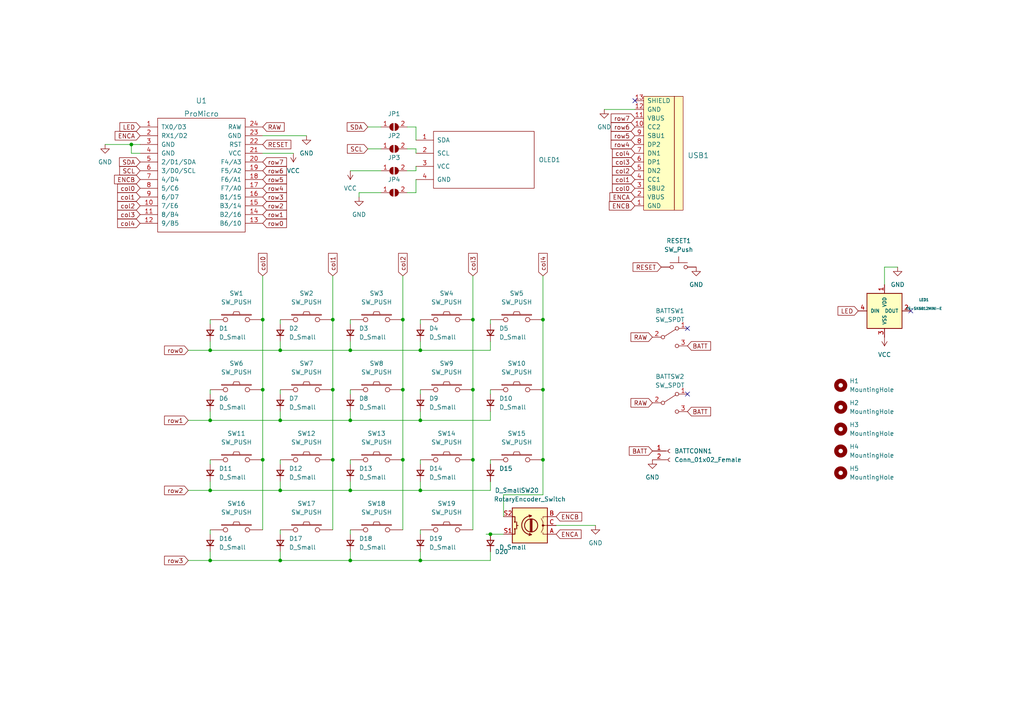
<source format=kicad_sch>
(kicad_sch (version 20211123) (generator eeschema)
  (paper "A4")
  (lib_symbols
    (symbol "Connector:Conn_01x02_Female" (pin_names (offset 1.016) hide)
      (property "Reference" "J" (at 0 2.54 0))
      (property "Value" "Conn_01x02_Female" (at 0 -5.08 0))
      (symbol "Conn_01x02_Female_1_1"
        (arc (start 0 -2.032) (mid -0.508 -2.54) (end 0 -3.048) (stroke (width 0.1524)))
        (polyline (pts (xy -1.27 -2.54) (xy -0.508 -2.54)) (stroke (width 0.1524)))
        (polyline (pts (xy -1.27 0) (xy -0.508 0)) (stroke (width 0.1524)))
        (arc (start 0 0.508) (mid -0.508 0) (end 0 -0.508) (stroke (width 0.1524)))
        (pin passive line (at -5.08 0 0) (length 3.81) (name "Pin_1") (number "1"))
        (pin passive line (at -5.08 -2.54 0) (length 3.81) (name "Pin_2") (number "2"))
      )
    )
    (symbol "Device:D_Small" (pin_numbers hide) (pin_names (offset 0.254) hide)
      (property "Reference" "D" (at -1.27 2.032 0))
      (property "Value" "D_Small" (at -3.81 -2.032 0))
      (symbol "D_Small_0_1"
        (polyline (pts (xy -0.762 -1.016) (xy -0.762 1.016)) (stroke (width 0.254)))
        (polyline (pts (xy -0.762 0) (xy 0.762 0)))
        (polyline (pts (xy 0.762 -1.016) (xy -0.762 0) (xy 0.762 1.016) (xy 0.762 -1.016)) (stroke (width 0.254)))
      )
      (symbol "D_Small_1_1"
        (pin passive line (at -2.54 0 0) (length 1.778) (name "K") (number "1"))
        (pin passive line (at 2.54 0 180) (length 1.778) (name "A") (number "2"))
      )
    )
    (symbol "Device:RotaryEncoder_Switch" (pin_names (offset 0.254) hide)
      (property "Reference" "SW" (at 0 6.604 0))
      (property "Value" "RotaryEncoder_Switch" (at 0 -6.604 0))
      (symbol "RotaryEncoder_Switch_0_1"
        (rectangle (start -5.08 5.08) (end 5.08 -5.08) (stroke (width 0.254)) (fill (type background)))
        (circle (center -3.81 0) (radius 0.254) (fill (type outline)))
        (arc (start -0.381 -2.794) (mid 2.3622 -0.0508) (end -0.381 2.667) (stroke (width 0.254)))
        (circle (center -0.381 0) (radius 1.905) (stroke (width 0.254)))
        (polyline (pts (xy -0.635 -1.778) (xy -0.635 1.778)) (stroke (width 0.254)))
        (polyline (pts (xy -0.381 -1.778) (xy -0.381 1.778)) (stroke (width 0.254)))
        (polyline (pts (xy -0.127 1.778) (xy -0.127 -1.778)) (stroke (width 0.254)))
        (polyline (pts (xy 3.81 0) (xy 3.429 0)) (stroke (width 0.254)))
        (polyline (pts (xy 3.81 1.016) (xy 3.81 -1.016)) (stroke (width 0.254)))
        (polyline (pts (xy -5.08 -2.54) (xy -3.81 -2.54) (xy -3.81 -2.032)))
        (polyline (pts (xy -5.08 2.54) (xy -3.81 2.54) (xy -3.81 2.032)))
        (polyline (pts (xy 0.254 -3.048) (xy -0.508 -2.794) (xy 0.127 -2.413)) (stroke (width 0.254)))
        (polyline (pts (xy 0.254 2.921) (xy -0.508 2.667) (xy 0.127 2.286)) (stroke (width 0.254)))
        (polyline (pts (xy 5.08 -2.54) (xy 4.318 -2.54) (xy 4.318 -1.016)) (stroke (width 0.254)))
        (polyline (pts (xy 5.08 2.54) (xy 4.318 2.54) (xy 4.318 1.016)) (stroke (width 0.254)))
        (polyline (pts (xy -5.08 0) (xy -3.81 0) (xy -3.81 -1.016) (xy -3.302 -2.032)))
        (polyline (pts (xy -4.318 0) (xy -3.81 0) (xy -3.81 1.016) (xy -3.302 2.032)))
        (circle (center 4.318 -1.016) (radius 0.127) (stroke (width 0.254)))
        (circle (center 4.318 1.016) (radius 0.127) (stroke (width 0.254)))
      )
      (symbol "RotaryEncoder_Switch_1_1"
        (pin passive line (at -7.62 2.54 0) (length 2.54) (name "A") (number "A"))
        (pin passive line (at -7.62 -2.54 0) (length 2.54) (name "B") (number "B"))
        (pin passive line (at -7.62 0 0) (length 2.54) (name "C") (number "C"))
        (pin passive line (at 7.62 2.54 180) (length 2.54) (name "S1") (number "S1"))
        (pin passive line (at 7.62 -2.54 180) (length 2.54) (name "S2") (number "S2"))
      )
    )
    (symbol "Jumper:SolderJumper_2_Open" (pin_names (offset 0) hide)
      (property "Reference" "JP" (at 0 2.032 0))
      (property "Value" "SolderJumper_2_Open" (at 0 -2.54 0))
      (symbol "SolderJumper_2_Open_0_1"
        (arc (start -0.254 1.016) (mid -1.27 0) (end -0.254 -1.016))
        (arc (start -0.254 1.016) (mid -1.27 0) (end -0.254 -1.016) (fill (type outline)))
        (polyline (pts (xy -0.254 1.016) (xy -0.254 -1.016)))
        (polyline (pts (xy 0.254 1.016) (xy 0.254 -1.016)))
        (arc (start 0.254 -1.016) (mid 1.27 0) (end 0.254 1.016))
        (arc (start 0.254 -1.016) (mid 1.27 0) (end 0.254 1.016) (fill (type outline)))
      )
      (symbol "SolderJumper_2_Open_1_1"
        (pin passive line (at -3.81 0 0) (length 2.54) (name "A") (number "1"))
        (pin passive line (at 3.81 0 180) (length 2.54) (name "B") (number "2"))
      )
    )
    (symbol "Mechanical:MountingHole" (pin_names (offset 1.016))
      (property "Reference" "H" (at 0 5.08 0))
      (property "Value" "MountingHole" (at 0 3.175 0))
      (symbol "MountingHole_0_1"
        (circle (center 0 0) (radius 1.27) (stroke (width 1.27)))
      )
    )
    (symbol "Switch:SW_Push" (pin_numbers hide) (pin_names (offset 1.016) hide)
      (property "Reference" "SW" (at 1.27 2.54 0))
      (property "Value" "SW_Push" (at 0 -1.524 0))
      (symbol "SW_Push_0_1"
        (circle (center -2.032 0) (radius 0.508))
        (polyline (pts (xy 0 1.27) (xy 0 3.048)))
        (polyline (pts (xy 2.54 1.27) (xy -2.54 1.27)))
        (circle (center 2.032 0) (radius 0.508))
        (pin passive line (at -5.08 0 0) (length 2.54) (name "1") (number "1"))
        (pin passive line (at 5.08 0 180) (length 2.54) (name "2") (number "2"))
      )
    )
    (symbol "Switch:SW_SPDT" (pin_names (offset 0) hide)
      (property "Reference" "SW" (at 0 4.318 0))
      (property "Value" "SW_SPDT" (at 0 -5.08 0))
      (symbol "SW_SPDT_0_0"
        (circle (center -2.032 0) (radius 0.508))
        (circle (center 2.032 -2.54) (radius 0.508))
      )
      (symbol "SW_SPDT_0_1"
        (polyline (pts (xy -1.524 0.254) (xy 1.651 2.286)))
        (circle (center 2.032 2.54) (radius 0.508))
      )
      (symbol "SW_SPDT_1_1"
        (pin passive line (at 5.08 2.54 180) (length 2.54) (name "A") (number "1"))
        (pin passive line (at -5.08 0 0) (length 2.54) (name "B") (number "2"))
        (pin passive line (at 5.08 -2.54 180) (length 2.54) (name "C") (number "3"))
      )
    )
    (symbol "kbd:OLED" (pin_names (offset 1.016))
      (property "Reference" "OL" (at 0 2.54 0))
      (property "Value" "OLED" (at 0 -1.27 0))
      (symbol "OLED_0_1"
        (rectangle (start -13.97 8.89) (end 15.24 -7.62))
      )
      (symbol "OLED_1_1"
        (pin bidirectional line (at -19.05 6.35 0) (length 5.08) (name "SDA") (number "1"))
        (pin bidirectional line (at -19.05 2.54 0) (length 5.08) (name "SCL") (number "2"))
        (pin power_in line (at -19.05 -1.27 0) (length 5.08) (name "VCC") (number "3"))
        (pin power_in line (at -19.05 -5.08 0) (length 5.08) (name "GND") (number "4"))
      )
    )
    (symbol "kbd:ProMicro" (pin_names (offset 1.016))
      (property "Reference" "U" (at 0 19.05 0))
      (property "Value" "ProMicro" (at 0 -19.05 0))
      (symbol "ProMicro_0_1"
        (rectangle (start -12.7 16.51) (end 12.7 -16.51))
      )
      (symbol "ProMicro_1_1"
        (pin bidirectional line (at -17.78 13.97 0) (length 5.08) (name "TX0/D3") (number "1"))
        (pin bidirectional line (at -17.78 -8.89 0) (length 5.08) (name "7/E6") (number "10"))
        (pin bidirectional line (at -17.78 -11.43 0) (length 5.08) (name "8/B4") (number "11"))
        (pin bidirectional line (at -17.78 -13.97 0) (length 5.08) (name "9/B5") (number "12"))
        (pin bidirectional line (at 17.78 -13.97 180) (length 5.08) (name "B6/10") (number "13"))
        (pin bidirectional line (at 17.78 -11.43 180) (length 5.08) (name "B2/16") (number "14"))
        (pin bidirectional line (at 17.78 -8.89 180) (length 5.08) (name "B3/14") (number "15"))
        (pin bidirectional line (at 17.78 -6.35 180) (length 5.08) (name "B1/15") (number "16"))
        (pin bidirectional line (at 17.78 -3.81 180) (length 5.08) (name "F7/A0") (number "17"))
        (pin bidirectional line (at 17.78 -1.27 180) (length 5.08) (name "F6/A1") (number "18"))
        (pin bidirectional line (at 17.78 1.27 180) (length 5.08) (name "F5/A2") (number "19"))
        (pin bidirectional line (at -17.78 11.43 0) (length 5.08) (name "RX1/D2") (number "2"))
        (pin bidirectional line (at 17.78 3.81 180) (length 5.08) (name "F4/A3") (number "20"))
        (pin power_in line (at 17.78 6.35 180) (length 5.08) (name "VCC") (number "21"))
        (pin input line (at 17.78 8.89 180) (length 5.08) (name "RST") (number "22"))
        (pin power_in line (at 17.78 11.43 180) (length 5.08) (name "GND") (number "23"))
        (pin power_out line (at 17.78 13.97 180) (length 5.08) (name "RAW") (number "24"))
        (pin power_in line (at -17.78 8.89 0) (length 5.08) (name "GND") (number "3"))
        (pin power_in line (at -17.78 6.35 0) (length 5.08) (name "GND") (number "4"))
        (pin bidirectional line (at -17.78 3.81 0) (length 5.08) (name "2/D1/SDA") (number "5"))
        (pin bidirectional line (at -17.78 1.27 0) (length 5.08) (name "3/D0/SCL") (number "6"))
        (pin bidirectional line (at -17.78 -1.27 0) (length 5.08) (name "4/D4") (number "7"))
        (pin bidirectional line (at -17.78 -3.81 0) (length 5.08) (name "5/C6") (number "8"))
        (pin bidirectional line (at -17.78 -6.35 0) (length 5.08) (name "6/D7") (number "9"))
      )
    )
    (symbol "kbd:SW_PUSH" (pin_numbers hide) (pin_names (offset 1.016) hide)
      (property "Reference" "SW" (at 3.81 2.794 0))
      (property "Value" "SW_PUSH" (at 0 -2.032 0))
      (symbol "SW_PUSH_0_1"
        (rectangle (start -4.318 1.27) (end 4.318 1.524))
        (polyline (pts (xy -1.016 1.524) (xy -0.762 2.286) (xy 0.762 2.286) (xy 1.016 1.524)))
        (pin passive inverted (at -7.62 0 0) (length 5.08) (name "1") (number "1"))
        (pin passive inverted (at 7.62 0 180) (length 5.08) (name "2") (number "2"))
      )
    )
    (symbol "kbd:YS-SK6812MINI-E" (pin_names (offset 1.016))
      (property "Reference" "LED" (at 2.54 -7.62 0))
      (property "Value" "YS-SK6812MINI-E" (at 6.35 -6.35 0))
      (symbol "YS-SK6812MINI-E_0_1"
        (rectangle (start -5.08 5.08) (end 5.08 -5.08) (stroke (width 0.254)) (fill (type background)))
      )
      (symbol "YS-SK6812MINI-E_1_1"
        (pin power_in line (at 0 7.62 270) (length 2.54) (name "VDD") (number "1"))
        (pin output line (at 7.62 0 180) (length 2.54) (name "DOUT") (number "2"))
        (pin power_in line (at 0 -7.62 90) (length 2.54) (name "VSS") (number "3"))
        (pin input line (at -7.62 0 0) (length 2.54) (name "DIN") (number "4"))
      )
    )
    (symbol "power:GND" (power) (pin_names (offset 0))
      (property "Value" "GND" (at 0 -3.81 0))
      (symbol "GND_0_1"
        (polyline (pts (xy 0 0) (xy 0 -1.27) (xy 1.27 -1.27) (xy 0 -2.54) (xy -1.27 -1.27) (xy 0 -1.27)))
      )
      (symbol "GND_1_1"
        (pin power_in line (at 0 0 270) (length 0) hide (name "GND") (number "1"))
      )
    )
    (symbol "power:VCC" (power) (pin_names (offset 0))
      (property "Value" "VCC" (at 0 3.81 0))
      (symbol "VCC_0_1"
        (polyline (pts (xy -0.762 1.27) (xy 0 2.54)))
        (polyline (pts (xy 0 0) (xy 0 2.54)))
        (polyline (pts (xy 0 2.54) (xy 0.762 1.27)))
      )
      (symbol "VCC_1_1"
        (pin power_in line (at 0 0 90) (length 0) hide (name "VCC") (number "1"))
      )
    )
    (symbol "typec:HRO-TYPE-C-31-M-12" (pin_names (offset 1.016))
      (property "Reference" "USB" (at -5.08 16.51 0))
      (property "Value" "HRO-TYPE-C-31-M-12" (at -10.16 -1.27 90))
      (symbol "HRO-TYPE-C-31-M-12_0_1"
        (rectangle (start -11.43 15.24) (end -8.89 -17.78) (fill (type background)))
        (rectangle (start 0 -17.78) (end -8.89 15.24) (fill (type background)))
      )
      (symbol "HRO-TYPE-C-31-M-12_1_1"
        (pin input line (at 2.54 13.97 180) (length 2.54) (name "GND") (number "1"))
        (pin input line (at 2.54 -8.89 180) (length 2.54) (name "CC2") (number "10"))
        (pin input line (at 2.54 -11.43 180) (length 2.54) (name "VBUS") (number "11"))
        (pin input line (at 2.54 -13.97 180) (length 2.54) (name "GND") (number "12"))
        (pin input line (at 2.54 -16.51 180) (length 2.54) (name "SHIELD") (number "13"))
        (pin input line (at 2.54 11.43 180) (length 2.54) (name "VBUS") (number "2"))
        (pin input line (at 2.54 8.89 180) (length 2.54) (name "SBU2") (number "3"))
        (pin input line (at 2.54 6.35 180) (length 2.54) (name "CC1") (number "4"))
        (pin input line (at 2.54 3.81 180) (length 2.54) (name "DN2") (number "5"))
        (pin input line (at 2.54 1.27 180) (length 2.54) (name "DP1") (number "6"))
        (pin input line (at 2.54 -1.27 180) (length 2.54) (name "DN1") (number "7"))
        (pin input line (at 2.54 -3.81 180) (length 2.54) (name "DP2") (number "8"))
        (pin input line (at 2.54 -6.35 180) (length 2.54) (name "SBU1") (number "9"))
      )
    )
  )
  (junction (at 116.84 92.71))
  (junction (at 157.48 113.03))
  (junction (at 121.92 162.56))
  (junction (at 121.92 142.24))
  (junction (at 101.6 142.24))
  (junction (at 60.96 101.6))
  (junction (at 76.2 92.71))
  (junction (at 76.2 113.03))
  (junction (at 157.48 133.35))
  (junction (at 60.96 142.24))
  (junction (at 81.28 162.56))
  (junction (at 101.6 101.6))
  (junction (at 142.24 154.94))
  (junction (at 60.96 162.56))
  (junction (at 137.16 113.03))
  (junction (at 101.6 162.56))
  (junction (at 101.6 121.92))
  (junction (at 121.92 121.92))
  (junction (at 60.96 121.92))
  (junction (at 116.84 113.03))
  (junction (at 96.52 133.35))
  (junction (at 81.28 121.92))
  (junction (at 96.52 113.03))
  (junction (at 81.28 142.24))
  (junction (at 137.16 133.35))
  (junction (at 38.1 41.91))
  (junction (at 157.48 92.71))
  (junction (at 116.84 133.35))
  (junction (at 96.52 92.71))
  (junction (at 76.2 133.35))
  (junction (at 81.28 101.6))
  (junction (at 121.92 101.6))
  (junction (at 137.16 92.71))
  (no_connect (at 184.15 29.21))
  (no_connect (at 199.39 95.25))
  (no_connect (at 264.16 90.17))
  (no_connect (at 199.39 114.3))
  (wire (pts (xy 81.28 142.24) (xy 101.6 142.24)))
  (wire (pts (xy 60.96 92.71) (xy 60.96 93.98)))
  (wire (pts (xy 120.65 36.83) (xy 120.65 40.64)))
  (wire (pts (xy 81.28 121.92) (xy 101.6 121.92)))
  (wire (pts (xy 96.52 113.03) (xy 96.52 133.35)))
  (wire (pts (xy 121.92 139.7) (xy 121.92 142.24)))
  (wire (pts (xy 118.11 36.83) (xy 120.65 36.83)))
  (wire (pts (xy 81.28 99.06) (xy 81.28 101.6)))
  (wire (pts (xy 60.96 99.06) (xy 60.96 101.6)))
  (wire (pts (xy 60.96 121.92) (xy 81.28 121.92)))
  (wire (pts (xy 101.6 142.24) (xy 121.92 142.24)))
  (wire (pts (xy 121.92 92.71) (xy 121.92 93.98)))
  (wire (pts (xy 142.24 139.7) (xy 142.24 142.24)))
  (wire (pts (xy 142.24 113.03) (xy 142.24 114.3)))
  (wire (pts (xy 30.48 41.91) (xy 38.1 41.91)))
  (wire (pts (xy 54.61 101.6) (xy 60.96 101.6)))
  (wire (pts (xy 116.84 113.03) (xy 116.84 133.35)))
  (wire (pts (xy 60.96 139.7) (xy 60.96 142.24)))
  (wire (pts (xy 101.6 153.67) (xy 101.6 154.94)))
  (wire (pts (xy 157.48 113.03) (xy 157.48 133.35)))
  (wire (pts (xy 81.28 101.6) (xy 101.6 101.6)))
  (wire (pts (xy 96.52 80.01) (xy 96.52 92.71)))
  (wire (pts (xy 101.6 133.35) (xy 101.6 134.62)))
  (wire (pts (xy 137.16 92.71) (xy 137.16 113.03)))
  (wire (pts (xy 142.24 119.38) (xy 142.24 121.92)))
  (wire (pts (xy 157.48 80.01) (xy 157.48 92.71)))
  (wire (pts (xy 140.97 154.94) (xy 142.24 154.94)))
  (wire (pts (xy 137.16 113.03) (xy 137.16 133.35)))
  (wire (pts (xy 142.24 160.02) (xy 142.24 162.56)))
  (wire (pts (xy 110.49 55.88) (xy 104.14 55.88)))
  (wire (pts (xy 81.28 139.7) (xy 81.28 142.24)))
  (wire (pts (xy 137.16 80.01) (xy 137.16 92.71)))
  (wire (pts (xy 121.92 133.35) (xy 121.92 134.62)))
  (wire (pts (xy 54.61 162.56) (xy 60.96 162.56)))
  (wire (pts (xy 121.92 142.24) (xy 142.24 142.24)))
  (wire (pts (xy 76.2 39.37) (xy 88.9 39.37)))
  (wire (pts (xy 116.84 133.35) (xy 116.84 153.67)))
  (wire (pts (xy 76.2 113.03) (xy 76.2 133.35)))
  (wire (pts (xy 81.28 92.71) (xy 81.28 93.98)))
  (wire (pts (xy 60.96 101.6) (xy 81.28 101.6)))
  (wire (pts (xy 142.24 154.94) (xy 146.05 154.94)))
  (wire (pts (xy 120.65 55.88) (xy 120.65 52.07)))
  (wire (pts (xy 121.92 121.92) (xy 142.24 121.92)))
  (wire (pts (xy 81.28 119.38) (xy 81.28 121.92)))
  (wire (pts (xy 96.52 92.71) (xy 96.52 113.03)))
  (wire (pts (xy 76.2 133.35) (xy 76.2 153.67)))
  (wire (pts (xy 121.92 162.56) (xy 142.24 162.56)))
  (wire (pts (xy 157.48 133.35) (xy 157.48 143.51)))
  (wire (pts (xy 157.48 92.71) (xy 157.48 113.03)))
  (wire (pts (xy 101.6 101.6) (xy 121.92 101.6)))
  (wire (pts (xy 60.96 133.35) (xy 60.96 134.62)))
  (wire (pts (xy 60.96 160.02) (xy 60.96 162.56)))
  (wire (pts (xy 118.11 49.53) (xy 120.65 49.53)))
  (wire (pts (xy 60.96 162.56) (xy 81.28 162.56)))
  (wire (pts (xy 38.1 44.45) (xy 38.1 41.91)))
  (wire (pts (xy 81.28 160.02) (xy 81.28 162.56)))
  (wire (pts (xy 96.52 133.35) (xy 96.52 153.67)))
  (wire (pts (xy 260.35 77.47) (xy 256.54 77.47)))
  (wire (pts (xy 40.64 44.45) (xy 38.1 44.45)))
  (wire (pts (xy 76.2 44.45) (xy 85.09 44.45)))
  (wire (pts (xy 110.49 43.18) (xy 106.68 43.18)))
  (wire (pts (xy 121.92 99.06) (xy 121.92 101.6)))
  (wire (pts (xy 120.65 49.53) (xy 120.65 48.26)))
  (wire (pts (xy 121.92 119.38) (xy 121.92 121.92)))
  (wire (pts (xy 110.49 36.83) (xy 106.68 36.83)))
  (wire (pts (xy 60.96 142.24) (xy 81.28 142.24)))
  (wire (pts (xy 101.6 139.7) (xy 101.6 142.24)))
  (wire (pts (xy 142.24 99.06) (xy 142.24 101.6)))
  (wire (pts (xy 60.96 113.03) (xy 60.96 114.3)))
  (wire (pts (xy 81.28 133.35) (xy 81.28 134.62)))
  (wire (pts (xy 118.11 55.88) (xy 120.65 55.88)))
  (wire (pts (xy 101.6 162.56) (xy 121.92 162.56)))
  (wire (pts (xy 256.54 77.47) (xy 256.54 82.55)))
  (wire (pts (xy 38.1 41.91) (xy 40.64 41.91)))
  (wire (pts (xy 121.92 113.03) (xy 121.92 114.3)))
  (wire (pts (xy 76.2 92.71) (xy 76.2 113.03)))
  (wire (pts (xy 121.92 153.67) (xy 121.92 154.94)))
  (wire (pts (xy 81.28 153.67) (xy 81.28 154.94)))
  (wire (pts (xy 121.92 101.6) (xy 142.24 101.6)))
  (wire (pts (xy 101.6 119.38) (xy 101.6 121.92)))
  (wire (pts (xy 54.61 142.24) (xy 60.96 142.24)))
  (wire (pts (xy 101.6 121.92) (xy 121.92 121.92)))
  (wire (pts (xy 116.84 92.71) (xy 116.84 113.03)))
  (wire (pts (xy 104.14 55.88) (xy 104.14 57.15)))
  (wire (pts (xy 81.28 113.03) (xy 81.28 114.3)))
  (wire (pts (xy 101.6 99.06) (xy 101.6 101.6)))
  (wire (pts (xy 101.6 49.53) (xy 110.49 49.53)))
  (wire (pts (xy 142.24 133.35) (xy 142.24 134.62)))
  (wire (pts (xy 60.96 119.38) (xy 60.96 121.92)))
  (wire (pts (xy 118.11 43.18) (xy 120.65 43.18)))
  (wire (pts (xy 116.84 80.01) (xy 116.84 92.71)))
  (wire (pts (xy 101.6 160.02) (xy 101.6 162.56)))
  (wire (pts (xy 54.61 121.92) (xy 60.96 121.92)))
  (wire (pts (xy 142.24 92.71) (xy 142.24 93.98)))
  (wire (pts (xy 81.28 162.56) (xy 101.6 162.56)))
  (wire (pts (xy 137.16 133.35) (xy 137.16 153.67)))
  (wire (pts (xy 120.65 43.18) (xy 120.65 44.45)))
  (wire (pts (xy 76.2 80.01) (xy 76.2 92.71)))
  (wire (pts (xy 60.96 153.67) (xy 60.96 154.94)))
  (wire (pts (xy 146.05 143.51) (xy 146.05 149.86)))
  (wire (pts (xy 161.29 152.4) (xy 172.72 152.4)))
  (wire (pts (xy 157.48 143.51) (xy 146.05 143.51)))
  (wire (pts (xy 175.26 31.75) (xy 184.15 31.75)))
  (wire (pts (xy 121.92 160.02) (xy 121.92 162.56)))
  (wire (pts (xy 101.6 113.03) (xy 101.6 114.3)))
  (wire (pts (xy 101.6 92.71) (xy 101.6 93.98)))
  (global_label "col4" (shape input) (at 157.48 80.01 90) (property "Intersheet References" "${INTERSHEET_REFS}" (effects hide)))
  (global_label "row5" (shape input) (at 76.2 52.07 0) (property "Intersheet References" "${INTERSHEET_REFS}" (effects hide)))
  (global_label "row7" (shape input) (at 76.2 46.99 0) (property "Intersheet References" "${INTERSHEET_REFS}" (effects hide)))
  (global_label "SCL" (shape input) (at 106.68 43.18 180) (property "Intersheet References" "${INTERSHEET_REFS}" (effects hide)))
  (global_label "ENCA" (shape input) (at 40.64 39.37 180) (property "Intersheet References" "${INTERSHEET_REFS}" (effects hide)))
  (global_label "ENCB" (shape input) (at 40.64 52.07 180) (property "Intersheet References" "${INTERSHEET_REFS}" (effects hide)))
  (global_label "ENCB" (shape input) (at 184.15 59.69 180) (property "Intersheet References" "${INTERSHEET_REFS}" (effects hide)))
  (global_label "RAW" (shape input) (at 189.23 97.79 180) (property "Intersheet References" "${INTERSHEET_REFS}" (effects hide)))
  (global_label "LED" (shape input) (at 40.64 36.83 180) (property "Intersheet References" "${INTERSHEET_REFS}" (effects hide)))
  (global_label "row0" (shape input) (at 54.61 101.6 180) (property "Intersheet References" "${INTERSHEET_REFS}" (effects hide)))
  (global_label "ENCA" (shape input) (at 184.15 57.15 180) (property "Intersheet References" "${INTERSHEET_REFS}" (effects hide)))
  (global_label "col3" (shape input) (at 184.15 46.99 180) (property "Intersheet References" "${INTERSHEET_REFS}" (effects hide)))
  (global_label "BATT" (shape input) (at 189.23 130.81 180) (property "Intersheet References" "${INTERSHEET_REFS}" (effects hide)))
  (global_label "col2" (shape input) (at 184.15 49.53 180) (property "Intersheet References" "${INTERSHEET_REFS}" (effects hide)))
  (global_label "SDA" (shape input) (at 106.68 36.83 180) (property "Intersheet References" "${INTERSHEET_REFS}" (effects hide)))
  (global_label "row2" (shape input) (at 76.2 59.69 0) (property "Intersheet References" "${INTERSHEET_REFS}" (effects hide)))
  (global_label "BATT" (shape input) (at 199.39 119.38 0) (property "Intersheet References" "${INTERSHEET_REFS}" (effects hide)))
  (global_label "col2" (shape input) (at 116.84 80.01 90) (property "Intersheet References" "${INTERSHEET_REFS}" (effects hide)))
  (global_label "col1" (shape input) (at 40.64 57.15 180) (property "Intersheet References" "${INTERSHEET_REFS}" (effects hide)))
  (global_label "ENCB" (shape input) (at 161.29 149.86 0) (property "Intersheet References" "${INTERSHEET_REFS}" (effects hide)))
  (global_label "RESET" (shape input) (at 191.77 77.47 180) (property "Intersheet References" "${INTERSHEET_REFS}" (effects hide)))
  (global_label "RAW" (shape input) (at 76.2 36.83 0) (property "Intersheet References" "${INTERSHEET_REFS}" (effects hide)))
  (global_label "row0" (shape input) (at 76.2 64.77 0) (property "Intersheet References" "${INTERSHEET_REFS}" (effects hide)))
  (global_label "SCL" (shape input) (at 40.64 49.53 180) (property "Intersheet References" "${INTERSHEET_REFS}" (effects hide)))
  (global_label "col1" (shape input) (at 184.15 52.07 180) (property "Intersheet References" "${INTERSHEET_REFS}" (effects hide)))
  (global_label "col3" (shape input) (at 40.64 62.23 180) (property "Intersheet References" "${INTERSHEET_REFS}" (effects hide)))
  (global_label "LED" (shape input) (at 248.92 90.17 180) (property "Intersheet References" "${INTERSHEET_REFS}" (effects hide)))
  (global_label "col4" (shape input) (at 40.64 64.77 180) (property "Intersheet References" "${INTERSHEET_REFS}" (effects hide)))
  (global_label "SDA" (shape input) (at 40.64 46.99 180) (property "Intersheet References" "${INTERSHEET_REFS}" (effects hide)))
  (global_label "BATT" (shape input) (at 199.39 100.33 0) (property "Intersheet References" "${INTERSHEET_REFS}" (effects hide)))
  (global_label "row4" (shape input) (at 184.15 41.91 180) (property "Intersheet References" "${INTERSHEET_REFS}" (effects hide)))
  (global_label "col4" (shape input) (at 184.15 44.45 180) (property "Intersheet References" "${INTERSHEET_REFS}" (effects hide)))
  (global_label "row6" (shape input) (at 76.2 49.53 0) (property "Intersheet References" "${INTERSHEET_REFS}" (effects hide)))
  (global_label "row2" (shape input) (at 54.61 142.24 180) (property "Intersheet References" "${INTERSHEET_REFS}" (effects hide)))
  (global_label "ENCA" (shape input) (at 161.29 154.94 0) (property "Intersheet References" "${INTERSHEET_REFS}" (effects hide)))
  (global_label "col0" (shape input) (at 40.64 54.61 180) (property "Intersheet References" "${INTERSHEET_REFS}" (effects hide)))
  (global_label "row3" (shape input) (at 76.2 57.15 0) (property "Intersheet References" "${INTERSHEET_REFS}" (effects hide)))
  (global_label "row4" (shape input) (at 76.2 54.61 0) (property "Intersheet References" "${INTERSHEET_REFS}" (effects hide)))
  (global_label "col0" (shape input) (at 184.15 54.61 180) (property "Intersheet References" "${INTERSHEET_REFS}" (effects hide)))
  (global_label "row1" (shape input) (at 54.61 121.92 180) (property "Intersheet References" "${INTERSHEET_REFS}" (effects hide)))
  (global_label "row6" (shape input) (at 184.15 36.83 180) (property "Intersheet References" "${INTERSHEET_REFS}" (effects hide)))
  (global_label "col1" (shape input) (at 96.52 80.01 90) (property "Intersheet References" "${INTERSHEET_REFS}" (effects hide)))
  (global_label "RAW" (shape input) (at 189.23 116.84 180) (property "Intersheet References" "${INTERSHEET_REFS}" (effects hide)))
  (global_label "row3" (shape input) (at 54.61 162.56 180) (property "Intersheet References" "${INTERSHEET_REFS}" (effects hide)))
  (global_label "col3" (shape input) (at 137.16 80.01 90) (property "Intersheet References" "${INTERSHEET_REFS}" (effects hide)))
  (global_label "row5" (shape input) (at 184.15 39.37 180) (property "Intersheet References" "${INTERSHEET_REFS}" (effects hide)))
  (global_label "row1" (shape input) (at 76.2 62.23 0) (property "Intersheet References" "${INTERSHEET_REFS}" (effects hide)))
  (global_label "RESET" (shape input) (at 76.2 41.91 0) (property "Intersheet References" "${INTERSHEET_REFS}" (effects hide)))
  (global_label "col2" (shape input) (at 40.64 59.69 180) (property "Intersheet References" "${INTERSHEET_REFS}" (effects hide)))
  (global_label "row7" (shape input) (at 184.15 34.29 180) (property "Intersheet References" "${INTERSHEET_REFS}" (effects hide)))
  (global_label "col0" (shape input) (at 76.2 80.01 90) (property "Intersheet References" "${INTERSHEET_REFS}" (effects hide)))
  (symbol (lib_id "Jumper:SolderJumper_2_Open") (at 114.3 55.88 0) (unit 1)
    (property "Reference" "JP4" (at 114.3 52.07 0))
    (property "Value" "SolderJumper_2_Open" (effects hide))
    (property "Footprint" "Jumper:SolderJumper-2_P1.3mm_Open_TrianglePad1.0x1.5mm" (effects hide))
  )
  (symbol (lib_id "kbd:SW_PUSH") (at 88.9 133.35 0) (unit 1)
    (property "Reference" "SW12" (at 88.9 125.73 0))
    (property "Value" "SW_PUSH" (at 88.9 128.27 0))
    (property "Footprint" "ampersand:CherryMX_Hotswap" (effects hide))
  )
  (symbol (lib_id "Device:D_Small") (at 101.6 157.48 90) (unit 1)
    (property "Reference" "D18" (at 104.14 156.2099 90) (effects (justify right)))
    (property "Value" "D_Small" (at 104.14 158.7499 90) (effects (justify right)))
    (property "Footprint" "keebio:D_SOD123" (effects hide))
  )
  (symbol (lib_id "kbd:YS-SK6812MINI-E") (at 256.54 90.17 0) (unit 1)
    (property "Reference" "LED1" (at 267.97 86.9556 0) (effects (font (size 0.7366 0.7366))))
    (property "Value" "YS-SK6812MINI-E" (at 267.97 89.4956 0) (effects (font (size 0.7366 0.7366))))
    (property "Footprint" "keebio:SK6812-MINI-E" (effects hide))
  )
  (symbol (lib_id "kbd:ProMicro") (at 58.42 50.8 0) (unit 1)
    (property "Reference" "U1" (at 58.42 29.21 0) (effects (font (size 1.524 1.524))))
    (property "Value" "ProMicro" (at 58.42 33.02 0) (effects (font (size 1.524 1.524))))
    (property "Footprint" "keebio:ArduinoProMicro" (effects hide))
  )
  (symbol (lib_id "kbd:SW_PUSH") (at 129.54 92.71 0) (unit 1)
    (property "Reference" "SW4" (at 129.54 85.09 0))
    (property "Value" "SW_PUSH" (at 129.54 87.63 0))
    (property "Footprint" "ampersand:CherryMX_Hotswap" (effects hide))
  )
  (symbol (lib_id "Device:D_Small") (at 121.92 157.48 90) (unit 1)
    (property "Reference" "D19" (at 124.46 156.2099 90) (effects (justify right)))
    (property "Value" "D_Small" (at 124.46 158.7499 90) (effects (justify right)))
    (property "Footprint" "keebio:D_SOD123" (effects hide))
  )
  (symbol (lib_id "power:GND") (at 30.48 41.91 0) (unit 1)
    (property "Reference" "#PWR0104" (effects hide))
    (property "Value" "GND" (at 30.48 46.99 0))
  )
  (symbol (lib_id "Device:D_Small") (at 142.24 116.84 90) (unit 1)
    (property "Reference" "D10" (at 144.78 115.5699 90) (effects (justify right)))
    (property "Value" "D_Small" (at 144.78 118.1099 90) (effects (justify right)))
    (property "Footprint" "keebio:D_SOD123" (effects hide))
  )
  (symbol (lib_id "Device:D_Small") (at 60.96 96.52 90) (unit 1)
    (property "Reference" "D1" (at 63.5 95.2499 90) (effects (justify right)))
    (property "Value" "D_Small" (at 63.5 97.7899 90) (effects (justify right)))
    (property "Footprint" "keebio:D_SOD123" (effects hide))
  )
  (symbol (lib_id "power:GND") (at 189.23 133.35 0) (unit 1)
    (property "Reference" "#PWR0103" (effects hide))
    (property "Value" "GND" (at 189.23 138.43 0))
  )
  (symbol (lib_id "Connector:Conn_01x02_Female") (at 194.31 130.81 0) (unit 1)
    (property "Reference" "BATTCONN1" (at 195.58 130.8099 0) (effects (justify left)))
    (property "Value" "Conn_01x02_Female" (at 195.58 133.3499 0) (effects (justify left)))
    (property "Footprint" "Connector_JST:JST_XH_S2B-XH-A_1x02_P2.50mm_Horizontal" (effects hide))
  )
  (symbol (lib_id "kbd:OLED") (at 139.7 46.99 0) (unit 1)
    (property "Reference" "OLED1" (at 156.21 46.355 0) (effects (font (size 1.2954 1.2954)) (justify left)))
    (property "Value" "OLED" (effects hide))
    (property "Footprint" "kbd:OLED_v2" (effects hide))
  )
  (symbol (lib_id "kbd:SW_PUSH") (at 129.54 133.35 0) (unit 1)
    (property "Reference" "SW14" (at 129.54 125.73 0))
    (property "Value" "SW_PUSH" (at 129.54 128.27 0))
    (property "Footprint" "ampersand:CherryMX_Hotswap" (effects hide))
  )
  (symbol (lib_id "Mechanical:MountingHole") (at 243.84 111.76 0) (unit 1)
    (property "Reference" "H1" (at 246.38 110.4899 0) (effects (justify left)))
    (property "Value" "MountingHole" (at 246.38 113.0299 0) (effects (justify left)))
    (property "Footprint" "kbd:M2_HOLE_v2" (effects hide))
  )
  (symbol (lib_id "Device:D_Small") (at 81.28 137.16 90) (unit 1)
    (property "Reference" "D12" (at 83.82 135.8899 90) (effects (justify right)))
    (property "Value" "D_Small" (at 83.82 138.4299 90) (effects (justify right)))
    (property "Footprint" "keebio:D_SOD123" (effects hide))
  )
  (symbol (lib_id "power:VCC") (at 85.09 44.45 180) (unit 1)
    (property "Reference" "#PWR0110" (effects hide))
    (property "Value" "VCC" (at 85.09 49.53 0))
  )
  (symbol (lib_id "power:VCC") (at 101.6 49.53 180) (unit 1)
    (property "Reference" "#PWR0108" (effects hide))
    (property "Value" "VCC" (at 101.6 54.61 0))
  )
  (symbol (lib_id "kbd:SW_PUSH") (at 129.54 113.03 0) (unit 1)
    (property "Reference" "SW9" (at 129.54 105.41 0))
    (property "Value" "SW_PUSH" (at 129.54 107.95 0))
    (property "Footprint" "ampersand:CherryMX_Hotswap" (effects hide))
  )
  (symbol (lib_id "Device:D_Small") (at 101.6 116.84 90) (unit 1)
    (property "Reference" "D8" (at 104.14 115.5699 90) (effects (justify right)))
    (property "Value" "D_Small" (at 104.14 118.1099 90) (effects (justify right)))
    (property "Footprint" "keebio:D_SOD123" (effects hide))
  )
  (symbol (lib_id "kbd:SW_PUSH") (at 149.86 133.35 0) (unit 1)
    (property "Reference" "SW15" (at 149.86 125.73 0))
    (property "Value" "SW_PUSH" (at 149.86 128.27 0))
    (property "Footprint" "ampersand:CherryMX_Hotswap" (effects hide))
  )
  (symbol (lib_id "kbd:SW_PUSH") (at 68.58 133.35 0) (unit 1)
    (property "Reference" "SW11" (at 68.58 125.73 0))
    (property "Value" "SW_PUSH" (at 68.58 128.27 0))
    (property "Footprint" "ampersand:CherryMX_Hotswap" (effects hide))
  )
  (symbol (lib_id "Switch:SW_SPDT") (at 194.31 97.79 0) (unit 1)
    (property "Reference" "BATTSW1" (at 194.31 90.17 0))
    (property "Value" "SW_SPDT" (at 194.31 92.71 0))
    (property "Footprint" "Button_Switch_SMD:SW_SPDT_PCM12" (effects hide))
  )
  (symbol (lib_id "Mechanical:MountingHole") (at 243.84 137.16 0) (unit 1)
    (property "Reference" "H5" (at 246.38 135.8899 0) (effects (justify left)))
    (property "Value" "MountingHole" (at 246.38 138.4299 0) (effects (justify left)))
    (property "Footprint" "kbd:M2_HOLE_v2" (effects hide))
  )
  (symbol (lib_id "power:VCC") (at 256.54 97.79 180) (unit 1)
    (property "Reference" "#PWR0107" (effects hide))
    (property "Value" "VCC" (at 256.54 102.87 0))
  )
  (symbol (lib_id "kbd:SW_PUSH") (at 129.54 153.67 0) (unit 1)
    (property "Reference" "SW19" (at 129.54 146.05 0))
    (property "Value" "SW_PUSH" (at 129.54 148.59 0))
    (property "Footprint" "ampersand:CherryMX_Hotswap_1.5" (effects hide))
  )
  (symbol (lib_id "Jumper:SolderJumper_2_Open") (at 114.3 36.83 0) (unit 1)
    (property "Reference" "JP1" (at 114.3 33.02 0))
    (property "Value" "SolderJumper_2_Open" (effects hide))
    (property "Footprint" "Jumper:SolderJumper-2_P1.3mm_Open_TrianglePad1.0x1.5mm" (effects hide))
  )
  (symbol (lib_id "Jumper:SolderJumper_2_Open") (at 114.3 49.53 0) (unit 1)
    (property "Reference" "JP3" (at 114.3 45.72 0))
    (property "Value" "SolderJumper_2_Open" (effects hide))
    (property "Footprint" "Jumper:SolderJumper-2_P1.3mm_Open_TrianglePad1.0x1.5mm" (effects hide))
  )
  (symbol (lib_id "power:GND") (at 175.26 31.75 0) (unit 1)
    (property "Reference" "#PWR0106" (effects hide))
    (property "Value" "GND" (at 175.26 36.83 0))
  )
  (symbol (lib_id "power:GND") (at 201.93 77.47 0) (unit 1)
    (property "Reference" "#PWR0102" (effects hide))
    (property "Value" "GND" (at 201.93 82.55 0))
  )
  (symbol (lib_id "Device:D_Small") (at 81.28 96.52 90) (unit 1)
    (property "Reference" "D2" (at 83.82 95.2499 90) (effects (justify right)))
    (property "Value" "D_Small" (at 83.82 97.7899 90) (effects (justify right)))
    (property "Footprint" "keebio:D_SOD123" (effects hide))
  )
  (symbol (lib_id "Device:D_Small") (at 142.24 137.16 90) (unit 1)
    (property "Reference" "D15" (at 144.78 135.8899 90) (effects (justify right)))
    (property "Value" "D_Small" (at 143.51 142.2399 90) (effects (justify right)))
    (property "Footprint" "keebio:D_SOD123" (effects hide))
  )
  (symbol (lib_id "Device:D_Small") (at 142.24 157.48 90) (unit 1)
    (property "Reference" "D20" (at 143.51 160.0199 90) (effects (justify right)))
    (property "Value" "D_Small" (at 144.78 158.7499 90) (effects (justify right)))
    (property "Footprint" "keebio:D_SOD123" (effects hide))
  )
  (symbol (lib_id "power:GND") (at 260.35 77.47 0) (unit 1)
    (property "Reference" "#PWR0105" (effects hide))
    (property "Value" "GND" (at 260.35 82.55 0))
  )
  (symbol (lib_id "power:GND") (at 88.9 39.37 0) (unit 1)
    (property "Reference" "#PWR0109" (effects hide))
    (property "Value" "GND" (at 88.9 44.45 0))
  )
  (symbol (lib_id "Device:D_Small") (at 60.96 157.48 90) (unit 1)
    (property "Reference" "D16" (at 63.5 156.2099 90) (effects (justify right)))
    (property "Value" "D_Small" (at 63.5 158.7499 90) (effects (justify right)))
    (property "Footprint" "keebio:D_SOD123" (effects hide))
  )
  (symbol (lib_id "typec:HRO-TYPE-C-31-M-12") (at 186.69 45.72 180) (unit 1)
    (property "Reference" "USB1" (at 199.39 45.085 0) (effects (font (size 1.524 1.524)) (justify right)))
    (property "Value" "HRO-TYPE-C-31-M-12" (effects hide))
    (property "Footprint" "typec:HRO-TYPE-C-31-M-12-HandSoldering" (effects hide))
  )
  (symbol (lib_id "Device:D_Small") (at 121.92 116.84 90) (unit 1)
    (property "Reference" "D9" (at 124.46 115.5699 90) (effects (justify right)))
    (property "Value" "D_Small" (at 124.46 118.1099 90) (effects (justify right)))
    (property "Footprint" "keebio:D_SOD123" (effects hide))
  )
  (symbol (lib_id "Device:D_Small") (at 101.6 96.52 90) (unit 1)
    (property "Reference" "D3" (at 104.14 95.2499 90) (effects (justify right)))
    (property "Value" "D_Small" (at 104.14 97.7899 90) (effects (justify right)))
    (property "Footprint" "keebio:D_SOD123" (effects hide))
  )
  (symbol (lib_id "Device:D_Small") (at 81.28 157.48 90) (unit 1)
    (property "Reference" "D17" (at 83.82 156.2099 90) (effects (justify right)))
    (property "Value" "D_Small" (at 83.82 158.7499 90) (effects (justify right)))
    (property "Footprint" "keebio:D_SOD123" (effects hide))
  )
  (symbol (lib_id "Device:D_Small") (at 60.96 116.84 90) (unit 1)
    (property "Reference" "D6" (at 63.5 115.5699 90) (effects (justify right)))
    (property "Value" "D_Small" (at 63.5 118.1099 90) (effects (justify right)))
    (property "Footprint" "keebio:D_SOD123" (effects hide))
  )
  (symbol (lib_id "power:GND") (at 104.14 57.15 0) (unit 1)
    (property "Reference" "#PWR0111" (effects hide))
    (property "Value" "GND" (at 104.14 62.23 0))
  )
  (symbol (lib_id "kbd:SW_PUSH") (at 149.86 92.71 0) (unit 1)
    (property "Reference" "SW5" (at 149.86 85.09 0))
    (property "Value" "SW_PUSH" (at 149.86 87.63 0))
    (property "Footprint" "ampersand:CherryMX_Hotswap" (effects hide))
  )
  (symbol (lib_id "Switch:SW_Push") (at 196.85 77.47 0) (unit 1)
    (property "Reference" "RESET1" (at 196.85 69.85 0))
    (property "Value" "SW_Push" (at 196.85 72.39 0))
    (property "Footprint" "kbd:ResetSW" (effects hide))
  )
  (symbol (lib_id "Mechanical:MountingHole") (at 243.84 130.81 0) (unit 1)
    (property "Reference" "H4" (at 246.38 129.5399 0) (effects (justify left)))
    (property "Value" "MountingHole" (at 246.38 132.0799 0) (effects (justify left)))
    (property "Footprint" "kbd:M2_HOLE_v2" (effects hide))
  )
  (symbol (lib_id "Mechanical:MountingHole") (at 243.84 124.46 0) (unit 1)
    (property "Reference" "H3" (at 246.38 123.1899 0) (effects (justify left)))
    (property "Value" "MountingHole" (at 246.38 125.7299 0) (effects (justify left)))
    (property "Footprint" "kbd:M2_HOLE_v2" (effects hide))
  )
  (symbol (lib_id "Device:D_Small") (at 81.28 116.84 90) (unit 1)
    (property "Reference" "D7" (at 83.82 115.5699 90) (effects (justify right)))
    (property "Value" "D_Small" (at 83.82 118.1099 90) (effects (justify right)))
    (property "Footprint" "keebio:D_SOD123" (effects hide))
  )
  (symbol (lib_id "Device:D_Small") (at 121.92 137.16 90) (unit 1)
    (property "Reference" "D14" (at 124.46 135.8899 90) (effects (justify right)))
    (property "Value" "D_Small" (at 124.46 138.4299 90) (effects (justify right)))
    (property "Footprint" "keebio:D_SOD123" (effects hide))
  )
  (symbol (lib_id "Mechanical:MountingHole") (at 243.84 118.11 0) (unit 1)
    (property "Reference" "H2" (at 246.38 116.8399 0) (effects (justify left)))
    (property "Value" "MountingHole" (at 246.38 119.3799 0) (effects (justify left)))
    (property "Footprint" "kbd:M2_HOLE_v2" (effects hide))
  )
  (symbol (lib_id "kbd:SW_PUSH") (at 88.9 92.71 0) (unit 1)
    (property "Reference" "SW2" (at 88.9 85.09 0))
    (property "Value" "SW_PUSH" (at 88.9 87.63 0))
    (property "Footprint" "ampersand:CherryMX_Hotswap" (effects hide))
  )
  (symbol (lib_id "kbd:SW_PUSH") (at 88.9 153.67 0) (unit 1)
    (property "Reference" "SW17" (at 88.9 146.05 0))
    (property "Value" "SW_PUSH" (at 88.9 148.59 0))
    (property "Footprint" "ampersand:CherryMX_Hotswap" (effects hide))
  )
  (symbol (lib_id "kbd:SW_PUSH") (at 109.22 92.71 0) (unit 1)
    (property "Reference" "SW3" (at 109.22 85.09 0))
    (property "Value" "SW_PUSH" (at 109.22 87.63 0))
    (property "Footprint" "ampersand:CherryMX_Hotswap" (effects hide))
  )
  (symbol (lib_id "Device:D_Small") (at 121.92 96.52 90) (unit 1)
    (property "Reference" "D4" (at 124.46 95.2499 90) (effects (justify right)))
    (property "Value" "D_Small" (at 124.46 97.7899 90) (effects (justify right)))
    (property "Footprint" "keebio:D_SOD123" (effects hide))
  )
  (symbol (lib_id "Switch:SW_SPDT") (at 194.31 116.84 0) (unit 1)
    (property "Reference" "BATTSW2" (at 194.31 109.22 0))
    (property "Value" "SW_SPDT" (at 194.31 111.76 0))
    (property "Footprint" "Button_Switch_SMD:SW_SPDT_PCM12" (effects hide))
  )
  (symbol (lib_id "kbd:SW_PUSH") (at 88.9 113.03 0) (unit 1)
    (property "Reference" "SW7" (at 88.9 105.41 0))
    (property "Value" "SW_PUSH" (at 88.9 107.95 0))
    (property "Footprint" "ampersand:CherryMX_Hotswap" (effects hide))
  )
  (symbol (lib_id "kbd:SW_PUSH") (at 109.22 153.67 0) (unit 1)
    (property "Reference" "SW18" (at 109.22 146.05 0))
    (property "Value" "SW_PUSH" (at 109.22 148.59 0))
    (property "Footprint" "ampersand:CherryMX_Hotswap" (effects hide))
  )
  (symbol (lib_id "kbd:SW_PUSH") (at 109.22 133.35 0) (unit 1)
    (property "Reference" "SW13" (at 109.22 125.73 0))
    (property "Value" "SW_PUSH" (at 109.22 128.27 0))
    (property "Footprint" "ampersand:CherryMX_Hotswap" (effects hide))
  )
  (symbol (lib_id "Device:D_Small") (at 101.6 137.16 90) (unit 1)
    (property "Reference" "D13" (at 104.14 135.8899 90) (effects (justify right)))
    (property "Value" "D_Small" (at 104.14 138.4299 90) (effects (justify right)))
    (property "Footprint" "keebio:D_SOD123" (effects hide))
  )
  (symbol (lib_id "kbd:SW_PUSH") (at 68.58 113.03 0) (unit 1)
    (property "Reference" "SW6" (at 68.58 105.41 0))
    (property "Value" "SW_PUSH" (at 68.58 107.95 0))
    (property "Footprint" "ampersand:CherryMX_Hotswap" (effects hide))
  )
  (symbol (lib_id "Device:RotaryEncoder_Switch") (at 153.67 152.4 180) (unit 1)
    (property "Reference" "SW20" (at 153.67 142.24 0))
    (property "Value" "RotaryEncoder_Switch" (at 153.67 144.78 0))
    (property "Footprint" "keebio:RotaryEncoder_EC11-no-legs" (effects hide))
  )
  (symbol (lib_id "kbd:SW_PUSH") (at 68.58 92.71 0) (unit 1)
    (property "Reference" "SW1" (at 68.58 85.09 0))
    (property "Value" "SW_PUSH" (at 68.58 87.63 0))
    (property "Footprint" "ampersand:CherryMX_Hotswap" (effects hide))
  )
  (symbol (lib_id "Device:D_Small") (at 60.96 137.16 90) (unit 1)
    (property "Reference" "D11" (at 63.5 135.8899 90) (effects (justify right)))
    (property "Value" "D_Small" (at 63.5 138.4299 90) (effects (justify right)))
    (property "Footprint" "keebio:D_SOD123" (effects hide))
  )
  (symbol (lib_id "Device:D_Small") (at 142.24 96.52 90) (unit 1)
    (property "Reference" "D5" (at 144.78 95.2499 90) (effects (justify right)))
    (property "Value" "D_Small" (at 144.78 97.7899 90) (effects (justify right)))
    (property "Footprint" "keebio:D_SOD123" (effects hide))
  )
  (symbol (lib_id "Jumper:SolderJumper_2_Open") (at 114.3 43.18 0) (unit 1)
    (property "Reference" "JP2" (at 114.3 39.37 0))
    (property "Value" "SolderJumper_2_Open" (effects hide))
    (property "Footprint" "Jumper:SolderJumper-2_P1.3mm_Open_TrianglePad1.0x1.5mm" (effects hide))
  )
  (symbol (lib_id "kbd:SW_PUSH") (at 109.22 113.03 0) (unit 1)
    (property "Reference" "SW8" (at 109.22 105.41 0))
    (property "Value" "SW_PUSH" (at 109.22 107.95 0))
    (property "Footprint" "ampersand:CherryMX_Hotswap" (effects hide))
  )
  (symbol (lib_id "power:GND") (at 172.72 152.4 0) (unit 1)
    (property "Reference" "#PWR0101" (effects hide))
    (property "Value" "GND" (at 172.72 157.48 0))
  )
  (symbol (lib_id "kbd:SW_PUSH") (at 68.58 153.67 0) (unit 1)
    (property "Reference" "SW16" (at 68.58 146.05 0))
    (property "Value" "SW_PUSH" (at 68.58 148.59 0))
    (property "Footprint" "ampersand:CherryMX_Hotswap" (effects hide))
  )
  (symbol (lib_id "kbd:SW_PUSH") (at 149.86 113.03 0) (unit 1)
    (property "Reference" "SW10" (at 149.86 105.41 0))
    (property "Value" "SW_PUSH" (at 149.86 107.95 0))
    (property "Footprint" "ampersand:CherryMX_Hotswap" (effects hide))
  )
)
</source>
